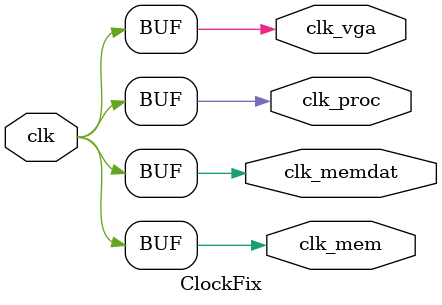
<source format=sv>
module ClockFix (input logic clk, output logic clk_mem,clk_memdat,clk_proc,clk_vga);

	initial begin
		clk_mem = 0;
		clk_memdat = 0;
		clk_proc = 0;
		clk_vga = 0;
	end
	
	always @* begin
		clk_mem <= clk;
		clk_memdat <= clk;
		clk_proc <= clk;
		clk_vga <= clk;
	end

endmodule


</source>
